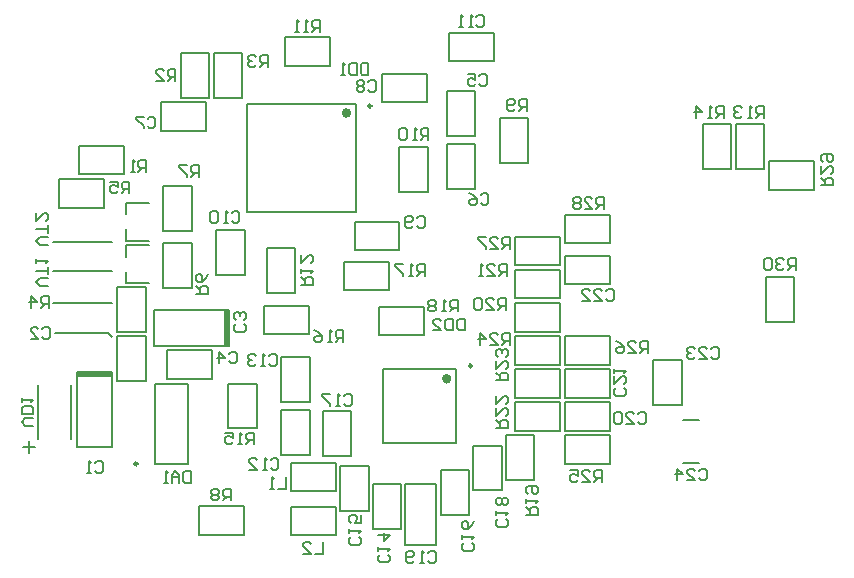
<source format=gbo>
G04*
G04 #@! TF.GenerationSoftware,Altium Limited,Altium Designer,22.11.1 (43)*
G04*
G04 Layer_Color=32896*
%FSLAX44Y44*%
%MOMM*%
G71*
G04*
G04 #@! TF.SameCoordinates,B4B51071-859D-47FF-9FC0-9373829CE578*
G04*
G04*
G04 #@! TF.FilePolarity,Positive*
G04*
G01*
G75*
%ADD10C,0.4000*%
%ADD11C,0.2000*%
%ADD12C,0.2500*%
D10*
X365000Y173000D02*
G03*
X365000Y173000I-2000J0D01*
G01*
X280000Y398000D02*
G03*
X280000Y398000I-2000J0D01*
G01*
D11*
X403000Y442000D02*
Y466000D01*
X365000Y442000D02*
X403000D01*
X365000D02*
Y466000D01*
X403000D01*
X563000Y102000D02*
X577000D01*
X563000Y138000D02*
X577000D01*
X30000Y289000D02*
X80000D01*
X30000Y264000D02*
X80000D01*
X76000Y212000D02*
X80000Y208000D01*
X30000Y237000D02*
X80000D01*
X31000Y212000D02*
X76000D01*
X179000Y201000D02*
Y231000D01*
X115000Y201000D02*
X179000D01*
X115000Y231000D02*
X179000D01*
X115000Y201000D02*
Y231000D01*
X177000Y201000D02*
Y231000D01*
X175000Y201000D02*
Y231000D01*
X50000Y179000D02*
X80000D01*
Y115000D02*
Y179000D01*
X50000Y115000D02*
Y179000D01*
Y115000D02*
X80000D01*
X50000Y177000D02*
X80000D01*
X50000Y175000D02*
X80000D01*
X328000Y32000D02*
Y84000D01*
Y32000D02*
X354000D01*
Y84000D01*
X328000D02*
X354000D01*
X408000Y356000D02*
Y394000D01*
Y356000D02*
X432000D01*
Y394000D01*
X408000D02*
X432000D01*
X463500Y253000D02*
Y277000D01*
X501500D01*
Y253000D02*
Y277000D01*
X463500Y253000D02*
X501500D01*
X463500Y288000D02*
Y312000D01*
X501500D01*
Y288000D02*
Y312000D01*
X463500Y288000D02*
X501500D01*
X421000Y269000D02*
Y293000D01*
X459000D01*
Y269000D02*
Y293000D01*
X421000Y269000D02*
X459000D01*
Y241000D02*
Y265000D01*
X421000Y241000D02*
X459000D01*
X421000D02*
Y265000D01*
X459000D01*
Y213000D02*
Y237000D01*
X421000Y213000D02*
X459000D01*
X421000D02*
Y237000D01*
X459000D01*
X309000Y119000D02*
Y181000D01*
Y119000D02*
X371000D01*
X309000Y181000D02*
X371000D01*
Y119000D02*
Y181000D01*
X421000Y185000D02*
Y209000D01*
X459000D01*
Y185000D02*
Y209000D01*
X421000Y185000D02*
X459000D01*
X459000Y157000D02*
Y181000D01*
X421000Y157000D02*
X459000D01*
X421000D02*
Y181000D01*
X459000D01*
X501000Y185000D02*
Y209000D01*
X463000Y185000D02*
X501000D01*
X463000D02*
Y209000D01*
X501000D01*
Y157000D02*
Y181000D01*
X463000Y157000D02*
X501000D01*
X463000D02*
Y181000D01*
X501000D01*
Y129000D02*
Y153000D01*
X463000Y129000D02*
X501000D01*
X463000D02*
Y153000D01*
X501000D01*
X538000Y151000D02*
X562000D01*
X538000D02*
Y189000D01*
X562000D01*
Y151000D02*
Y189000D01*
X636000Y333000D02*
Y357000D01*
X674000D01*
Y333000D02*
Y357000D01*
X636000Y333000D02*
X674000D01*
X632000Y351000D02*
Y389000D01*
X608000D02*
X632000D01*
X608000Y351000D02*
Y389000D01*
Y351000D02*
X632000D01*
X604000D02*
Y389000D01*
X580000D02*
X604000D01*
X580000Y351000D02*
Y389000D01*
Y351000D02*
X604000D01*
X191000Y41000D02*
Y65000D01*
X153000Y41000D02*
X191000D01*
X153000D02*
Y65000D01*
X191000D01*
X168000Y261000D02*
X192000D01*
X168000D02*
Y299000D01*
X192000D01*
Y261000D02*
Y299000D01*
X210500Y284000D02*
X234500D01*
Y246000D02*
Y284000D01*
X210500Y246000D02*
X234500D01*
X210500D02*
Y284000D01*
X208000Y211000D02*
Y235000D01*
X246000D01*
Y211000D02*
Y235000D01*
X208000Y211000D02*
X246000D01*
X344000Y210000D02*
Y234000D01*
X306000Y210000D02*
X344000D01*
X306000D02*
Y234000D01*
X344000D01*
X314000Y248000D02*
Y272000D01*
X276000Y248000D02*
X314000D01*
X276000D02*
Y272000D01*
X314000D01*
X285000Y306000D02*
X323000D01*
X285000Y282000D02*
Y306000D01*
Y282000D02*
X323000D01*
Y306000D01*
Y369000D02*
X347000D01*
Y331000D02*
Y369000D01*
X323000Y331000D02*
X347000D01*
X323000D02*
Y369000D01*
X363000Y371500D02*
X387000D01*
Y333500D02*
Y371500D01*
X363000Y333500D02*
X387000D01*
X363000D02*
Y371500D01*
Y378500D02*
X387000D01*
X363000D02*
Y416500D01*
X387000D01*
Y378500D02*
Y416500D01*
X346000Y407000D02*
Y431000D01*
X308000Y407000D02*
X346000D01*
X308000D02*
Y431000D01*
X346000D01*
X286000Y314000D02*
Y406000D01*
X194000Y314000D02*
X286000D01*
X194000Y406000D02*
X286000D01*
X194000Y314000D02*
Y406000D01*
X264000Y438000D02*
Y462000D01*
X226000Y438000D02*
X264000D01*
X226000D02*
Y462000D01*
X264000D01*
X166000Y411000D02*
X190000D01*
X166000D02*
Y449000D01*
X190000D01*
Y411000D02*
Y449000D01*
X138000Y411000D02*
X162000D01*
X138000D02*
Y449000D01*
X162000D01*
Y411000D02*
Y449000D01*
X121000Y383000D02*
Y407000D01*
X159000D01*
Y383000D02*
Y407000D01*
X121000Y383000D02*
X159000D01*
X52000Y346000D02*
Y370000D01*
X90000D01*
Y346000D02*
Y370000D01*
X52000Y346000D02*
X90000D01*
X123000Y336000D02*
X147000D01*
Y298000D02*
Y336000D01*
X123000Y298000D02*
X147000D01*
X123000D02*
Y336000D01*
Y288000D02*
X147000D01*
Y250000D02*
Y288000D01*
X123000Y250000D02*
X147000D01*
X123000D02*
Y288000D01*
X126000Y173000D02*
Y197000D01*
X164000D01*
Y173000D02*
Y197000D01*
X126000Y173000D02*
X164000D01*
X258000Y108000D02*
X282000D01*
X258000D02*
Y146000D01*
X282000D01*
Y108000D02*
Y146000D01*
X231000Y78000D02*
Y102000D01*
X269000D01*
X231000Y78000D02*
X269000D01*
Y102000D01*
X231000Y40500D02*
Y64500D01*
X269000D01*
X231000Y40500D02*
X269000D01*
Y64500D01*
X300500Y46000D02*
X324500D01*
X300500D02*
Y84000D01*
X324500D01*
Y46000D02*
Y84000D01*
X358000Y58000D02*
X382000D01*
X358000D02*
Y96000D01*
X382000D01*
Y58000D02*
Y96000D01*
X413000Y125000D02*
X437000D01*
Y87000D02*
Y125000D01*
X413000Y87000D02*
X437000D01*
X413000D02*
Y125000D01*
X385500Y78500D02*
X409500D01*
X385500D02*
Y116500D01*
X409500D01*
Y78500D02*
Y116500D01*
X273000Y61000D02*
X297000D01*
X273000D02*
Y99000D01*
X297000D01*
Y61000D02*
Y99000D01*
X223000Y146500D02*
X247000D01*
Y108500D02*
Y146500D01*
X223000Y108500D02*
X247000D01*
X223000D02*
Y146500D01*
X178000Y131000D02*
X202000D01*
X178000D02*
Y169000D01*
X202000D01*
Y131000D02*
Y169000D01*
X223000Y153500D02*
X247000D01*
X223000D02*
Y191500D01*
X247000D01*
Y153500D02*
Y191500D01*
X463000Y101000D02*
Y125000D01*
X501000D01*
Y101000D02*
Y125000D01*
X463000Y101000D02*
X501000D01*
X633000Y259000D02*
X657000D01*
Y221000D02*
Y259000D01*
X633000Y221000D02*
X657000D01*
X633000D02*
Y259000D01*
X91039Y322028D02*
X110539D01*
X91039Y289972D02*
X110539D01*
X91039D02*
Y299472D01*
Y312528D02*
Y322028D01*
Y286028D02*
X110539D01*
X91039Y253972D02*
X110539D01*
X91039D02*
Y263472D01*
Y276528D02*
Y286028D01*
X84000Y213000D02*
X108000D01*
X84000D02*
Y251000D01*
X108000D01*
Y213000D02*
Y251000D01*
X116000Y169000D02*
X144000D01*
X116000Y101000D02*
Y169000D01*
X144000Y101000D02*
Y169000D01*
X116000Y101000D02*
X144000D01*
X84000Y209000D02*
X108000D01*
Y171000D02*
Y209000D01*
X84000Y171000D02*
X108000D01*
X84000D02*
Y209000D01*
X17000Y122000D02*
Y168000D01*
X4660Y115040D02*
X14820D01*
X9740Y109960D02*
Y120120D01*
X45000Y122000D02*
Y168000D01*
X421000Y153000D02*
X459000D01*
X421000Y129000D02*
Y153000D01*
Y129000D02*
X459000D01*
Y153000D01*
X35000Y318000D02*
X73000D01*
Y342000D01*
X35000D02*
X73000D01*
X35000Y318000D02*
Y342000D01*
X388165Y479332D02*
X389831Y480998D01*
X393164D01*
X394830Y479332D01*
Y472668D01*
X393164Y471002D01*
X389831D01*
X388165Y472668D01*
X384833Y471002D02*
X381501D01*
X383167D01*
Y480998D01*
X384833Y479332D01*
X376502Y471002D02*
X373170D01*
X374836D01*
Y480998D01*
X376502Y479332D01*
X576665Y95332D02*
X578331Y96998D01*
X581663D01*
X583329Y95332D01*
Y88668D01*
X581663Y87002D01*
X578331D01*
X576665Y88668D01*
X566668Y87002D02*
X573332D01*
X566668Y93666D01*
Y95332D01*
X568334Y96998D01*
X571666D01*
X573332Y95332D01*
X558337Y87002D02*
Y96998D01*
X563335Y92000D01*
X556671D01*
X191332Y219334D02*
X192998Y217668D01*
Y214335D01*
X191332Y212669D01*
X184668D01*
X183002Y214335D01*
Y217668D01*
X184668Y219334D01*
X191332Y222666D02*
X192998Y224332D01*
Y227665D01*
X191332Y229331D01*
X189666D01*
X188000Y227665D01*
Y225998D01*
Y227665D01*
X186334Y229331D01*
X184668D01*
X183002Y227665D01*
Y224332D01*
X184668Y222666D01*
X65000Y101332D02*
X66666Y102998D01*
X69998D01*
X71665Y101332D01*
Y94668D01*
X69998Y93002D01*
X66666D01*
X65000Y94668D01*
X61668Y93002D02*
X58335D01*
X60002D01*
Y102998D01*
X61668Y101332D01*
X430831Y400002D02*
Y409998D01*
X425832D01*
X424166Y408332D01*
Y405000D01*
X425832Y403334D01*
X430831D01*
X427498D02*
X424166Y400002D01*
X420834Y401668D02*
X419168Y400002D01*
X415835D01*
X414169Y401668D01*
Y408332D01*
X415835Y409998D01*
X419168D01*
X420834Y408332D01*
Y406666D01*
X419168Y405000D01*
X414169D01*
X597496Y394002D02*
Y403998D01*
X592498D01*
X590831Y402332D01*
Y399000D01*
X592498Y397334D01*
X597496D01*
X594164D02*
X590831Y394002D01*
X587499D02*
X584167D01*
X585833D01*
Y403998D01*
X587499Y402332D01*
X574170Y394002D02*
Y403998D01*
X579169Y399000D01*
X572504D01*
X631496Y394002D02*
Y403998D01*
X626498D01*
X624832Y402332D01*
Y399000D01*
X626498Y397334D01*
X631496D01*
X628164D02*
X624832Y394002D01*
X621499D02*
X618167D01*
X619833D01*
Y403998D01*
X621499Y402332D01*
X613168D02*
X611502Y403998D01*
X608170D01*
X606504Y402332D01*
Y400666D01*
X608170Y399000D01*
X609836D01*
X608170D01*
X606504Y397334D01*
Y395668D01*
X608170Y394002D01*
X611502D01*
X613168Y395668D01*
X180331Y70002D02*
Y79998D01*
X175332D01*
X173666Y78332D01*
Y75000D01*
X175332Y73334D01*
X180331D01*
X176998D02*
X173666Y70002D01*
X170334Y78332D02*
X168668Y79998D01*
X165336D01*
X163669Y78332D01*
Y76666D01*
X165336Y75000D01*
X163669Y73334D01*
Y71668D01*
X165336Y70002D01*
X168668D01*
X170334Y71668D01*
Y73334D01*
X168668Y75000D01*
X170334Y76666D01*
Y78332D01*
X168668Y75000D02*
X165336D01*
X108665Y348002D02*
Y357998D01*
X103666D01*
X102000Y356332D01*
Y353000D01*
X103666Y351334D01*
X108665D01*
X105332D02*
X102000Y348002D01*
X98668D02*
X95336D01*
X97002D01*
Y357998D01*
X98668Y356332D01*
X405002Y171671D02*
X414998D01*
Y176669D01*
X413332Y178335D01*
X410000D01*
X408334Y176669D01*
Y171671D01*
Y175003D02*
X405002Y178335D01*
Y188332D02*
Y181668D01*
X411666Y188332D01*
X413332D01*
X414998Y186666D01*
Y183334D01*
X413332Y181668D01*
Y191665D02*
X414998Y193331D01*
Y196663D01*
X413332Y198329D01*
X411666D01*
X410000Y196663D01*
Y194997D01*
Y196663D01*
X408334Y198329D01*
X406668D01*
X405002Y196663D01*
Y193331D01*
X406668Y191665D01*
X24998Y286671D02*
X18334D01*
X15002Y290003D01*
X18334Y293335D01*
X24998D01*
Y296668D02*
Y303332D01*
Y300000D01*
X15002D01*
Y313329D02*
Y306665D01*
X21666Y313329D01*
X23332D01*
X24998Y311663D01*
Y308331D01*
X23332Y306665D01*
X24998Y251337D02*
X18334D01*
X15002Y254669D01*
X18334Y258002D01*
X24998D01*
Y261334D02*
Y267998D01*
Y264666D01*
X15002D01*
Y271331D02*
Y274663D01*
Y272997D01*
X24998D01*
X23332Y271331D01*
X12998Y133337D02*
X6334D01*
X3002Y136669D01*
X6334Y140002D01*
X12998D01*
Y143334D02*
X3002D01*
Y148332D01*
X4668Y149998D01*
X11332D01*
X12998Y148332D01*
Y143334D01*
X3002Y153331D02*
Y156663D01*
Y154997D01*
X12998D01*
X11332Y153331D01*
X658329Y265002D02*
Y274998D01*
X653331D01*
X651665Y273332D01*
Y270000D01*
X653331Y268334D01*
X658329D01*
X654997D02*
X651665Y265002D01*
X648332Y273332D02*
X646666Y274998D01*
X643334D01*
X641668Y273332D01*
Y271666D01*
X643334Y270000D01*
X645000D01*
X643334D01*
X641668Y268334D01*
Y266668D01*
X643334Y265002D01*
X646666D01*
X648332Y266668D01*
X638335Y273332D02*
X636669Y274998D01*
X633337D01*
X631671Y273332D01*
Y266668D01*
X633337Y265002D01*
X636669D01*
X638335Y266668D01*
Y273332D01*
X680002Y336671D02*
X689998D01*
Y341669D01*
X688332Y343335D01*
X685000D01*
X683334Y341669D01*
Y336671D01*
Y340003D02*
X680002Y343335D01*
Y353332D02*
Y346668D01*
X686666Y353332D01*
X688332D01*
X689998Y351666D01*
Y348334D01*
X688332Y346668D01*
X681668Y356665D02*
X680002Y358331D01*
Y361663D01*
X681668Y363329D01*
X688332D01*
X689998Y361663D01*
Y358331D01*
X688332Y356665D01*
X686666D01*
X685000Y358331D01*
Y363329D01*
X496329Y317002D02*
Y326998D01*
X491331D01*
X489664Y325332D01*
Y322000D01*
X491331Y320334D01*
X496329D01*
X492997D02*
X489664Y317002D01*
X479668D02*
X486332D01*
X479668Y323666D01*
Y325332D01*
X481334Y326998D01*
X484666D01*
X486332Y325332D01*
X476335D02*
X474669Y326998D01*
X471337D01*
X469671Y325332D01*
Y323666D01*
X471337Y322000D01*
X469671Y320334D01*
Y318668D01*
X471337Y317002D01*
X474669D01*
X476335Y318668D01*
Y320334D01*
X474669Y322000D01*
X476335Y323666D01*
Y325332D01*
X474669Y322000D02*
X471337D01*
X416329Y283002D02*
Y292998D01*
X411331D01*
X409664Y291332D01*
Y288000D01*
X411331Y286334D01*
X416329D01*
X412997D02*
X409664Y283002D01*
X399668D02*
X406332D01*
X399668Y289666D01*
Y291332D01*
X401334Y292998D01*
X404666D01*
X406332Y291332D01*
X396335Y292998D02*
X389671D01*
Y291332D01*
X396335Y284668D01*
Y283002D01*
X533329Y195002D02*
Y204998D01*
X528331D01*
X526665Y203332D01*
Y200000D01*
X528331Y198334D01*
X533329D01*
X529997D02*
X526665Y195002D01*
X516668D02*
X523332D01*
X516668Y201666D01*
Y203332D01*
X518334Y204998D01*
X521666D01*
X523332Y203332D01*
X506671Y204998D02*
X510003Y203332D01*
X513335Y200000D01*
Y196668D01*
X511669Y195002D01*
X508337D01*
X506671Y196668D01*
Y198334D01*
X508337Y200000D01*
X513335D01*
X494329Y86002D02*
Y95998D01*
X489331D01*
X487664Y94332D01*
Y91000D01*
X489331Y89334D01*
X494329D01*
X490997D02*
X487664Y86002D01*
X477668D02*
X484332D01*
X477668Y92666D01*
Y94332D01*
X479334Y95998D01*
X482666D01*
X484332Y94332D01*
X467671Y95998D02*
X474336D01*
Y91000D01*
X471003Y92666D01*
X469337D01*
X467671Y91000D01*
Y87668D01*
X469337Y86002D01*
X472669D01*
X474336Y87668D01*
X416329Y202002D02*
Y211998D01*
X411331D01*
X409664Y210332D01*
Y207000D01*
X411331Y205334D01*
X416329D01*
X412997D02*
X409664Y202002D01*
X399668D02*
X406332D01*
X399668Y208666D01*
Y210332D01*
X401334Y211998D01*
X404666D01*
X406332Y210332D01*
X391337Y202002D02*
Y211998D01*
X396335Y207000D01*
X389671D01*
X405002Y131671D02*
X414998D01*
Y136669D01*
X413332Y138335D01*
X410000D01*
X408334Y136669D01*
Y131671D01*
Y135003D02*
X405002Y138335D01*
Y148332D02*
Y141668D01*
X411666Y148332D01*
X413332D01*
X414998Y146666D01*
Y143334D01*
X413332Y141668D01*
X405002Y158329D02*
Y151664D01*
X411666Y158329D01*
X413332D01*
X414998Y156663D01*
Y153331D01*
X413332Y151664D01*
X413663Y260002D02*
Y269998D01*
X408665D01*
X406998Y268332D01*
Y265000D01*
X408665Y263334D01*
X413663D01*
X410331D02*
X406998Y260002D01*
X397002D02*
X403666D01*
X397002Y266666D01*
Y268332D01*
X398668Y269998D01*
X402000D01*
X403666Y268332D01*
X393669Y260002D02*
X390337D01*
X392003D01*
Y269998D01*
X393669Y268332D01*
X413037Y231388D02*
Y241385D01*
X408039D01*
X406372Y239718D01*
Y236386D01*
X408039Y234720D01*
X413037D01*
X409705D02*
X406372Y231388D01*
X396376D02*
X403040D01*
X396376Y238052D01*
Y239718D01*
X398042Y241385D01*
X401374D01*
X403040Y239718D01*
X393043D02*
X391377Y241385D01*
X388045D01*
X386379Y239718D01*
Y233054D01*
X388045Y231388D01*
X391377D01*
X393043Y233054D01*
Y239718D01*
X430002Y57504D02*
X439998D01*
Y62502D01*
X438332Y64169D01*
X435000D01*
X433334Y62502D01*
Y57504D01*
Y60836D02*
X430002Y64169D01*
Y67501D02*
Y70833D01*
Y69167D01*
X439998D01*
X438332Y67501D01*
X431668Y75831D02*
X430002Y77498D01*
Y80830D01*
X431668Y82496D01*
X438332D01*
X439998Y80830D01*
Y77498D01*
X438332Y75831D01*
X436666D01*
X435000Y77498D01*
Y82496D01*
X372496Y230002D02*
Y239998D01*
X367498D01*
X365831Y238332D01*
Y235000D01*
X367498Y233334D01*
X372496D01*
X369164D02*
X365831Y230002D01*
X362499D02*
X359167D01*
X360833D01*
Y239998D01*
X362499Y238332D01*
X354169D02*
X352502Y239998D01*
X349170D01*
X347504Y238332D01*
Y236666D01*
X349170Y235000D01*
X347504Y233334D01*
Y231668D01*
X349170Y230002D01*
X352502D01*
X354169Y231668D01*
Y233334D01*
X352502Y235000D01*
X354169Y236666D01*
Y238332D01*
X352502Y235000D02*
X349170D01*
X344496Y260002D02*
Y269998D01*
X339498D01*
X337831Y268332D01*
Y265000D01*
X339498Y263334D01*
X344496D01*
X341164D02*
X337831Y260002D01*
X334499D02*
X331167D01*
X332833D01*
Y269998D01*
X334499Y268332D01*
X326169Y269998D02*
X319504D01*
Y268332D01*
X326169Y261668D01*
Y260002D01*
X275496Y204002D02*
Y213998D01*
X270498D01*
X268832Y212332D01*
Y209000D01*
X270498Y207334D01*
X275496D01*
X272164D02*
X268832Y204002D01*
X265499D02*
X262167D01*
X263833D01*
Y213998D01*
X265499Y212332D01*
X250504Y213998D02*
X253836Y212332D01*
X257169Y209000D01*
Y205668D01*
X255502Y204002D01*
X252170D01*
X250504Y205668D01*
Y207334D01*
X252170Y209000D01*
X257169D01*
X199996Y117502D02*
Y127498D01*
X194998D01*
X193332Y125832D01*
Y122500D01*
X194998Y120834D01*
X199996D01*
X196664D02*
X193332Y117502D01*
X189999D02*
X186667D01*
X188333D01*
Y127498D01*
X189999Y125832D01*
X175004Y127498D02*
X181668D01*
Y122500D01*
X178336Y124166D01*
X176670D01*
X175004Y122500D01*
Y119168D01*
X176670Y117502D01*
X180002D01*
X181668Y119168D01*
X240002Y252504D02*
X249998D01*
Y257502D01*
X248332Y259168D01*
X245000D01*
X243334Y257502D01*
Y252504D01*
Y255836D02*
X240002Y259168D01*
Y262501D02*
Y265833D01*
Y264167D01*
X249998D01*
X248332Y262501D01*
X240002Y277496D02*
Y270831D01*
X246666Y277496D01*
X248332D01*
X249998Y275830D01*
Y272498D01*
X248332Y270831D01*
X255830Y467002D02*
Y476998D01*
X250831D01*
X249165Y475332D01*
Y472000D01*
X250831Y470334D01*
X255830D01*
X252498D02*
X249165Y467002D01*
X245833D02*
X242501D01*
X244167D01*
Y476998D01*
X245833Y475332D01*
X237502Y467002D02*
X234170D01*
X235836D01*
Y476998D01*
X237502Y475332D01*
X347496Y375002D02*
Y384998D01*
X342498D01*
X340831Y383332D01*
Y380000D01*
X342498Y378334D01*
X347496D01*
X344164D02*
X340831Y375002D01*
X337499D02*
X334167D01*
X335833D01*
Y384998D01*
X337499Y383332D01*
X329169D02*
X327502Y384998D01*
X324170D01*
X322504Y383332D01*
Y376668D01*
X324170Y375002D01*
X327502D01*
X329169Y376668D01*
Y383332D01*
X153331Y344002D02*
Y353998D01*
X148332D01*
X146666Y352332D01*
Y349000D01*
X148332Y347334D01*
X153331D01*
X149998D02*
X146666Y344002D01*
X143334Y353998D02*
X136669D01*
Y352332D01*
X143334Y345668D01*
Y344002D01*
X151002Y244669D02*
X160998D01*
Y249668D01*
X159332Y251334D01*
X156000D01*
X154334Y249668D01*
Y244669D01*
Y248002D02*
X151002Y251334D01*
X160998Y261331D02*
X159332Y257998D01*
X156000Y254666D01*
X152668D01*
X151002Y256332D01*
Y259664D01*
X152668Y261331D01*
X154334D01*
X156000Y259664D01*
Y254666D01*
X94331Y330002D02*
Y339998D01*
X89332D01*
X87666Y338332D01*
Y335000D01*
X89332Y333334D01*
X94331D01*
X90998D02*
X87666Y330002D01*
X77669Y339998D02*
X84334D01*
Y335000D01*
X81002Y336666D01*
X79335D01*
X77669Y335000D01*
Y331668D01*
X79335Y330002D01*
X82668D01*
X84334Y331668D01*
X26331Y233002D02*
Y242998D01*
X21332D01*
X19666Y241332D01*
Y238000D01*
X21332Y236334D01*
X26331D01*
X22998D02*
X19666Y233002D01*
X11336D02*
Y242998D01*
X16334Y238000D01*
X9669D01*
X211331Y437002D02*
Y446998D01*
X206332D01*
X204666Y445332D01*
Y442000D01*
X206332Y440334D01*
X211331D01*
X207998D02*
X204666Y437002D01*
X201334Y445332D02*
X199668Y446998D01*
X196336D01*
X194669Y445332D01*
Y443666D01*
X196336Y442000D01*
X198002D01*
X196336D01*
X194669Y440334D01*
Y438668D01*
X196336Y437002D01*
X199668D01*
X201334Y438668D01*
X133331Y425002D02*
Y434998D01*
X128332D01*
X126666Y433332D01*
Y430000D01*
X128332Y428334D01*
X133331D01*
X129998D02*
X126666Y425002D01*
X116669D02*
X123334D01*
X116669Y431666D01*
Y433332D01*
X118336Y434998D01*
X121668D01*
X123334Y433332D01*
X258331Y34998D02*
Y25002D01*
X251666D01*
X241669D02*
X248334D01*
X241669Y31666D01*
Y33332D01*
X243335Y34998D01*
X246668D01*
X248334Y33332D01*
X226665Y89998D02*
Y80002D01*
X220000D01*
X216668D02*
X213335D01*
X215002D01*
Y89998D01*
X216668Y88332D01*
X378329Y223998D02*
Y214002D01*
X373331D01*
X371665Y215668D01*
Y222332D01*
X373331Y223998D01*
X378329D01*
X368332D02*
Y214002D01*
X363334D01*
X361668Y215668D01*
Y222332D01*
X363334Y223998D01*
X368332D01*
X351671Y214002D02*
X358335D01*
X351671Y220666D01*
Y222332D01*
X353337Y223998D01*
X356669D01*
X358335Y222332D01*
X296663Y439998D02*
Y430002D01*
X291665D01*
X289998Y431668D01*
Y438332D01*
X291665Y439998D01*
X296663D01*
X286666D02*
Y430002D01*
X281668D01*
X280002Y431668D01*
Y438332D01*
X281668Y439998D01*
X286666D01*
X276669Y430002D02*
X273337D01*
X275003D01*
Y439998D01*
X276669Y438332D01*
X146663Y94998D02*
Y85002D01*
X141664D01*
X139998Y86668D01*
Y93332D01*
X141664Y94998D01*
X146663D01*
X136666Y85002D02*
Y91666D01*
X133334Y94998D01*
X130002Y91666D01*
Y85002D01*
Y90000D01*
X136666D01*
X126669Y85002D02*
X123337D01*
X125003D01*
Y94998D01*
X126669Y93332D01*
X586665Y198332D02*
X588331Y199998D01*
X591663D01*
X593329Y198332D01*
Y191668D01*
X591663Y190002D01*
X588331D01*
X586665Y191668D01*
X576668Y190002D02*
X583332D01*
X576668Y196666D01*
Y198332D01*
X578334Y199998D01*
X581666D01*
X583332Y198332D01*
X573335D02*
X571669Y199998D01*
X568337D01*
X566671Y198332D01*
Y196666D01*
X568337Y195000D01*
X570003D01*
X568337D01*
X566671Y193334D01*
Y191668D01*
X568337Y190002D01*
X571669D01*
X573335Y191668D01*
X497664Y247332D02*
X499331Y248998D01*
X502663D01*
X504329Y247332D01*
Y240668D01*
X502663Y239002D01*
X499331D01*
X497664Y240668D01*
X487668Y239002D02*
X494332D01*
X487668Y245666D01*
Y247332D01*
X489334Y248998D01*
X492666D01*
X494332Y247332D01*
X477671Y239002D02*
X484336D01*
X477671Y245666D01*
Y247332D01*
X479337Y248998D01*
X482669D01*
X484336Y247332D01*
X513332Y165002D02*
X514998Y163335D01*
Y160003D01*
X513332Y158337D01*
X506668D01*
X505002Y160003D01*
Y163335D01*
X506668Y165002D01*
X505002Y174998D02*
Y168334D01*
X511666Y174998D01*
X513332D01*
X514998Y173332D01*
Y170000D01*
X513332Y168334D01*
X505002Y178331D02*
Y181663D01*
Y179997D01*
X514998D01*
X513332Y178331D01*
X524664Y143332D02*
X526331Y144998D01*
X529663D01*
X531329Y143332D01*
Y136668D01*
X529663Y135002D01*
X526331D01*
X524664Y136668D01*
X514668Y135002D02*
X521332D01*
X514668Y141666D01*
Y143332D01*
X516334Y144998D01*
X519666D01*
X521332Y143332D01*
X511335D02*
X509669Y144998D01*
X506337D01*
X504671Y143332D01*
Y136668D01*
X506337Y135002D01*
X509669D01*
X511335Y136668D01*
Y143332D01*
X346832Y25332D02*
X348498Y26998D01*
X351830D01*
X353496Y25332D01*
Y18668D01*
X351830Y17002D01*
X348498D01*
X346832Y18668D01*
X343499Y17002D02*
X340167D01*
X341833D01*
Y26998D01*
X343499Y25332D01*
X335168Y18668D02*
X333502Y17002D01*
X330170D01*
X328504Y18668D01*
Y25332D01*
X330170Y26998D01*
X333502D01*
X335168Y25332D01*
Y23666D01*
X333502Y22000D01*
X328504D01*
X413332Y54169D02*
X414998Y52502D01*
Y49170D01*
X413332Y47504D01*
X406668D01*
X405002Y49170D01*
Y52502D01*
X406668Y54169D01*
X405002Y57501D02*
Y60833D01*
Y59167D01*
X414998D01*
X413332Y57501D01*
Y65831D02*
X414998Y67498D01*
Y70830D01*
X413332Y72496D01*
X411666D01*
X410000Y70830D01*
X408334Y72496D01*
X406668D01*
X405002Y70830D01*
Y67498D01*
X406668Y65831D01*
X408334D01*
X410000Y67498D01*
X411666Y65831D01*
X413332D01*
X410000Y67498D02*
Y70830D01*
X384332Y34169D02*
X385998Y32502D01*
Y29170D01*
X384332Y27504D01*
X377668D01*
X376002Y29170D01*
Y32502D01*
X377668Y34169D01*
X376002Y37501D02*
Y40833D01*
Y39167D01*
X385998D01*
X384332Y37501D01*
X385998Y52496D02*
X384332Y49164D01*
X381000Y45831D01*
X377668D01*
X376002Y47498D01*
Y50830D01*
X377668Y52496D01*
X379334D01*
X381000Y50830D01*
Y45831D01*
X275832Y158332D02*
X277498Y159998D01*
X280830D01*
X282496Y158332D01*
Y151668D01*
X280830Y150002D01*
X277498D01*
X275832Y151668D01*
X272499Y150002D02*
X269167D01*
X270833D01*
Y159998D01*
X272499Y158332D01*
X264168Y159998D02*
X257504D01*
Y158332D01*
X264168Y151668D01*
Y150002D01*
X288332Y39169D02*
X289998Y37502D01*
Y34170D01*
X288332Y32504D01*
X281668D01*
X280002Y34170D01*
Y37502D01*
X281668Y39169D01*
X280002Y42501D02*
Y45833D01*
Y44167D01*
X289998D01*
X288332Y42501D01*
X289998Y57496D02*
Y50831D01*
X285000D01*
X286666Y54164D01*
Y55830D01*
X285000Y57496D01*
X281668D01*
X280002Y55830D01*
Y52498D01*
X281668Y50831D01*
X313332Y24169D02*
X314998Y22502D01*
Y19170D01*
X313332Y17504D01*
X306668D01*
X305002Y19170D01*
Y22502D01*
X306668Y24169D01*
X305002Y27501D02*
Y30833D01*
Y29167D01*
X314998D01*
X313332Y27501D01*
X305002Y40830D02*
X314998D01*
X310000Y35831D01*
Y42496D01*
X212831Y192332D02*
X214498Y193998D01*
X217830D01*
X219496Y192332D01*
Y185668D01*
X217830Y184002D01*
X214498D01*
X212831Y185668D01*
X209499Y184002D02*
X206167D01*
X207833D01*
Y193998D01*
X209499Y192332D01*
X201168D02*
X199502Y193998D01*
X196170D01*
X194504Y192332D01*
Y190666D01*
X196170Y189000D01*
X197836D01*
X196170D01*
X194504Y187334D01*
Y185668D01*
X196170Y184002D01*
X199502D01*
X201168Y185668D01*
X213831Y104332D02*
X215498Y105998D01*
X218830D01*
X220496Y104332D01*
Y97668D01*
X218830Y96002D01*
X215498D01*
X213831Y97668D01*
X210499Y96002D02*
X207167D01*
X208833D01*
Y105998D01*
X210499Y104332D01*
X195504Y96002D02*
X202169D01*
X195504Y102666D01*
Y104332D01*
X197170Y105998D01*
X200502D01*
X202169Y104332D01*
X180832Y313332D02*
X182498Y314998D01*
X185830D01*
X187496Y313332D01*
Y306668D01*
X185830Y305002D01*
X182498D01*
X180832Y306668D01*
X177499Y305002D02*
X174167D01*
X175833D01*
Y314998D01*
X177499Y313332D01*
X169168D02*
X167502Y314998D01*
X164170D01*
X162504Y313332D01*
Y306668D01*
X164170Y305002D01*
X167502D01*
X169168Y306668D01*
Y313332D01*
X337666Y309332D02*
X339332Y310998D01*
X342664D01*
X344331Y309332D01*
Y302668D01*
X342664Y301002D01*
X339332D01*
X337666Y302668D01*
X334334D02*
X332668Y301002D01*
X329336D01*
X327669Y302668D01*
Y309332D01*
X329336Y310998D01*
X332668D01*
X334334Y309332D01*
Y307666D01*
X332668Y306000D01*
X327669D01*
X296666Y424332D02*
X298332Y425998D01*
X301665D01*
X303331Y424332D01*
Y417668D01*
X301665Y416002D01*
X298332D01*
X296666Y417668D01*
X293334Y424332D02*
X291668Y425998D01*
X288335D01*
X286669Y424332D01*
Y422666D01*
X288335Y421000D01*
X286669Y419334D01*
Y417668D01*
X288335Y416002D01*
X291668D01*
X293334Y417668D01*
Y419334D01*
X291668Y421000D01*
X293334Y422666D01*
Y424332D01*
X291668Y421000D02*
X288335D01*
X391666Y328332D02*
X393332Y329998D01*
X396665D01*
X398331Y328332D01*
Y321668D01*
X396665Y320002D01*
X393332D01*
X391666Y321668D01*
X381669Y329998D02*
X385002Y328332D01*
X388334Y325000D01*
Y321668D01*
X386668Y320002D01*
X383335D01*
X381669Y321668D01*
Y323334D01*
X383335Y325000D01*
X388334D01*
X390666Y429332D02*
X392332Y430998D01*
X395664D01*
X397331Y429332D01*
Y422668D01*
X395664Y421002D01*
X392332D01*
X390666Y422668D01*
X380669Y430998D02*
X387334D01*
Y426000D01*
X384002Y427666D01*
X382336D01*
X380669Y426000D01*
Y422668D01*
X382336Y421002D01*
X385668D01*
X387334Y422668D01*
X109666Y393332D02*
X111332Y394998D01*
X114664D01*
X116331Y393332D01*
Y386668D01*
X114664Y385002D01*
X111332D01*
X109666Y386668D01*
X106334Y394998D02*
X99669D01*
Y393332D01*
X106334Y386668D01*
Y385002D01*
X178666Y194332D02*
X180332Y195998D01*
X183664D01*
X185331Y194332D01*
Y187668D01*
X183664Y186002D01*
X180332D01*
X178666Y187668D01*
X170336Y186002D02*
Y195998D01*
X175334Y191000D01*
X168669D01*
X20666Y215332D02*
X22332Y216998D01*
X25665D01*
X27331Y215332D01*
Y208668D01*
X25665Y207002D01*
X22332D01*
X20666Y208668D01*
X10669Y207002D02*
X17334D01*
X10669Y213666D01*
Y215332D01*
X12335Y216998D01*
X15668D01*
X17334Y215332D01*
D12*
X384250Y184000D02*
G03*
X384250Y184000I-1250J0D01*
G01*
X299250Y404000D02*
G03*
X299250Y404000I-1250J0D01*
G01*
X101250Y101000D02*
G03*
X101250Y101000I-1250J0D01*
G01*
M02*

</source>
